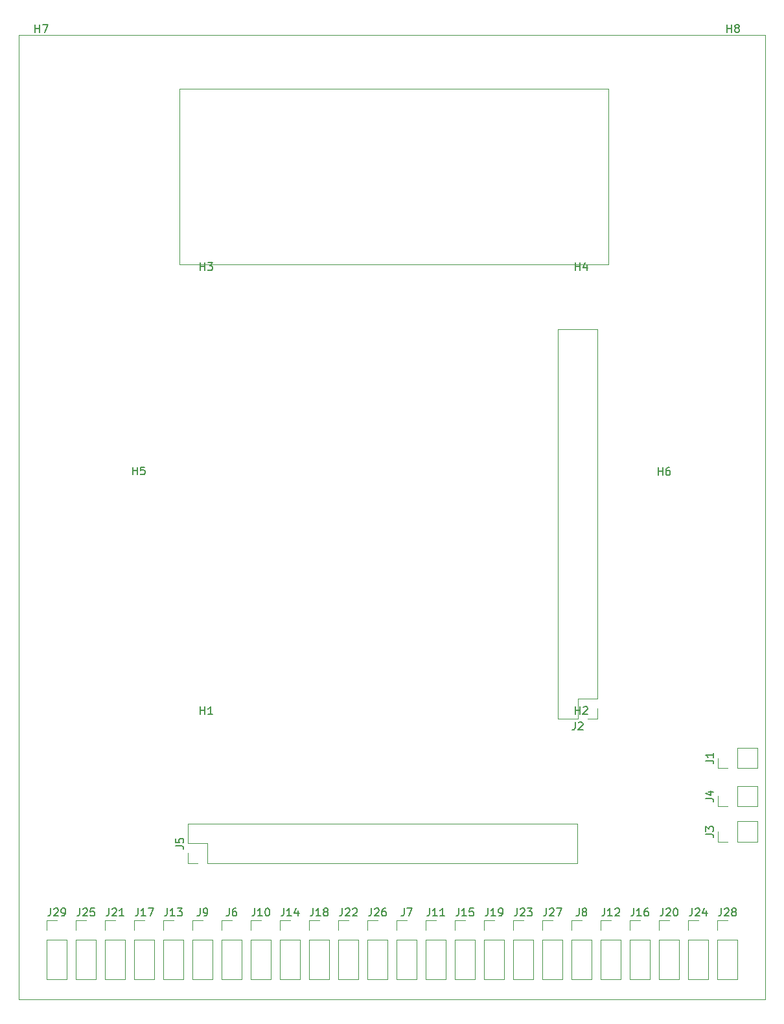
<source format=gto>
G04 #@! TF.GenerationSoftware,KiCad,Pcbnew,5.1.7-a382d34a8~88~ubuntu18.04.1*
G04 #@! TF.CreationDate,2021-11-24T17:02:52+01:00*
G04 #@! TF.ProjectId,DE10-LiteShield,44453130-2d4c-4697-9465-536869656c64,rev?*
G04 #@! TF.SameCoordinates,Original*
G04 #@! TF.FileFunction,Legend,Top*
G04 #@! TF.FilePolarity,Positive*
%FSLAX46Y46*%
G04 Gerber Fmt 4.6, Leading zero omitted, Abs format (unit mm)*
G04 Created by KiCad (PCBNEW 5.1.7-a382d34a8~88~ubuntu18.04.1) date 2021-11-24 17:02:52*
%MOMM*%
%LPD*%
G01*
G04 APERTURE LIST*
G04 #@! TA.AperFunction,Profile*
%ADD10C,0.050000*%
G04 #@! TD*
%ADD11C,0.120000*%
%ADD12C,0.150000*%
G04 APERTURE END LIST*
D10*
X103000000Y-40000000D02*
X103000000Y-103600000D01*
X103000000Y-40000000D02*
X200500000Y-40000000D01*
X200500000Y-150000000D02*
X200500000Y-166000000D01*
X103000000Y-150000000D02*
X103000000Y-166000000D01*
X103000000Y-135000000D02*
X103000000Y-150000000D01*
X200500000Y-135000000D02*
X200500000Y-150000000D01*
X200500000Y-135000000D02*
X200500000Y-120000000D01*
X103000000Y-120000000D02*
X103000000Y-135000000D01*
X124000000Y-47000000D02*
X124000000Y-70000000D01*
X180000000Y-47000000D02*
X124000000Y-47000000D01*
X180000000Y-70000000D02*
X180000000Y-47000000D01*
X124000000Y-70000000D02*
X180000000Y-70000000D01*
X103000000Y-166000000D02*
X200500000Y-166000000D01*
X103000000Y-103600000D02*
X103000000Y-120000000D01*
X200500000Y-103600000D02*
X200500000Y-120000000D01*
X200500000Y-40000000D02*
X200500000Y-103600000D01*
D11*
X199526000Y-140760000D02*
X199526000Y-138100000D01*
X196926000Y-140760000D02*
X199526000Y-140760000D01*
X196926000Y-138100000D02*
X199526000Y-138100000D01*
X196926000Y-140760000D02*
X196926000Y-138100000D01*
X195656000Y-140760000D02*
X194326000Y-140760000D01*
X194326000Y-140760000D02*
X194326000Y-139430000D01*
X199526000Y-145410000D02*
X199526000Y-142750000D01*
X196926000Y-145410000D02*
X199526000Y-145410000D01*
X196926000Y-142750000D02*
X199526000Y-142750000D01*
X196926000Y-145410000D02*
X196926000Y-142750000D01*
X195656000Y-145410000D02*
X194326000Y-145410000D01*
X194326000Y-145410000D02*
X194326000Y-144080000D01*
X106620000Y-163382000D02*
X109280000Y-163382000D01*
X106620000Y-158242000D02*
X106620000Y-163382000D01*
X109280000Y-158242000D02*
X109280000Y-163382000D01*
X106620000Y-158242000D02*
X109280000Y-158242000D01*
X106620000Y-156972000D02*
X106620000Y-155642000D01*
X106620000Y-155642000D02*
X107950000Y-155642000D01*
X194250000Y-163382000D02*
X196910000Y-163382000D01*
X194250000Y-158242000D02*
X194250000Y-163382000D01*
X196910000Y-158242000D02*
X196910000Y-163382000D01*
X194250000Y-158242000D02*
X196910000Y-158242000D01*
X194250000Y-156972000D02*
X194250000Y-155642000D01*
X194250000Y-155642000D02*
X195580000Y-155642000D01*
X171390000Y-163382000D02*
X174050000Y-163382000D01*
X171390000Y-158242000D02*
X171390000Y-163382000D01*
X174050000Y-158242000D02*
X174050000Y-163382000D01*
X171390000Y-158242000D02*
X174050000Y-158242000D01*
X171390000Y-156972000D02*
X171390000Y-155642000D01*
X171390000Y-155642000D02*
X172720000Y-155642000D01*
X148530000Y-163382000D02*
X151190000Y-163382000D01*
X148530000Y-158242000D02*
X148530000Y-163382000D01*
X151190000Y-158242000D02*
X151190000Y-163382000D01*
X148530000Y-158242000D02*
X151190000Y-158242000D01*
X148530000Y-156972000D02*
X148530000Y-155642000D01*
X148530000Y-155642000D02*
X149860000Y-155642000D01*
X110430000Y-163382000D02*
X113090000Y-163382000D01*
X110430000Y-158242000D02*
X110430000Y-163382000D01*
X113090000Y-158242000D02*
X113090000Y-163382000D01*
X110430000Y-158242000D02*
X113090000Y-158242000D01*
X110430000Y-156972000D02*
X110430000Y-155642000D01*
X110430000Y-155642000D02*
X111760000Y-155642000D01*
X190440000Y-163382000D02*
X193100000Y-163382000D01*
X190440000Y-158242000D02*
X190440000Y-163382000D01*
X193100000Y-158242000D02*
X193100000Y-163382000D01*
X190440000Y-158242000D02*
X193100000Y-158242000D01*
X190440000Y-156972000D02*
X190440000Y-155642000D01*
X190440000Y-155642000D02*
X191770000Y-155642000D01*
X167580000Y-163382000D02*
X170240000Y-163382000D01*
X167580000Y-158242000D02*
X167580000Y-163382000D01*
X170240000Y-158242000D02*
X170240000Y-163382000D01*
X167580000Y-158242000D02*
X170240000Y-158242000D01*
X167580000Y-156972000D02*
X167580000Y-155642000D01*
X167580000Y-155642000D02*
X168910000Y-155642000D01*
X144720000Y-163382000D02*
X147380000Y-163382000D01*
X144720000Y-158242000D02*
X144720000Y-163382000D01*
X147380000Y-158242000D02*
X147380000Y-163382000D01*
X144720000Y-158242000D02*
X147380000Y-158242000D01*
X144720000Y-156972000D02*
X144720000Y-155642000D01*
X144720000Y-155642000D02*
X146050000Y-155642000D01*
X114240000Y-163382000D02*
X116900000Y-163382000D01*
X114240000Y-158242000D02*
X114240000Y-163382000D01*
X116900000Y-158242000D02*
X116900000Y-163382000D01*
X114240000Y-158242000D02*
X116900000Y-158242000D01*
X114240000Y-156972000D02*
X114240000Y-155642000D01*
X114240000Y-155642000D02*
X115570000Y-155642000D01*
X186630000Y-163382000D02*
X189290000Y-163382000D01*
X186630000Y-158242000D02*
X186630000Y-163382000D01*
X189290000Y-158242000D02*
X189290000Y-163382000D01*
X186630000Y-158242000D02*
X189290000Y-158242000D01*
X186630000Y-156972000D02*
X186630000Y-155642000D01*
X186630000Y-155642000D02*
X187960000Y-155642000D01*
X163770000Y-163382000D02*
X166430000Y-163382000D01*
X163770000Y-158242000D02*
X163770000Y-163382000D01*
X166430000Y-158242000D02*
X166430000Y-163382000D01*
X163770000Y-158242000D02*
X166430000Y-158242000D01*
X163770000Y-156972000D02*
X163770000Y-155642000D01*
X163770000Y-155642000D02*
X165100000Y-155642000D01*
X140910000Y-163382000D02*
X143570000Y-163382000D01*
X140910000Y-158242000D02*
X140910000Y-163382000D01*
X143570000Y-158242000D02*
X143570000Y-163382000D01*
X140910000Y-158242000D02*
X143570000Y-158242000D01*
X140910000Y-156972000D02*
X140910000Y-155642000D01*
X140910000Y-155642000D02*
X142240000Y-155642000D01*
X118050000Y-163382000D02*
X120710000Y-163382000D01*
X118050000Y-158242000D02*
X118050000Y-163382000D01*
X120710000Y-158242000D02*
X120710000Y-163382000D01*
X118050000Y-158242000D02*
X120710000Y-158242000D01*
X118050000Y-156972000D02*
X118050000Y-155642000D01*
X118050000Y-155642000D02*
X119380000Y-155642000D01*
X182820000Y-163382000D02*
X185480000Y-163382000D01*
X182820000Y-158242000D02*
X182820000Y-163382000D01*
X185480000Y-158242000D02*
X185480000Y-163382000D01*
X182820000Y-158242000D02*
X185480000Y-158242000D01*
X182820000Y-156972000D02*
X182820000Y-155642000D01*
X182820000Y-155642000D02*
X184150000Y-155642000D01*
X159960000Y-163382000D02*
X162620000Y-163382000D01*
X159960000Y-158242000D02*
X159960000Y-163382000D01*
X162620000Y-158242000D02*
X162620000Y-163382000D01*
X159960000Y-158242000D02*
X162620000Y-158242000D01*
X159960000Y-156972000D02*
X159960000Y-155642000D01*
X159960000Y-155642000D02*
X161290000Y-155642000D01*
X137100000Y-163382000D02*
X139760000Y-163382000D01*
X137100000Y-158242000D02*
X137100000Y-163382000D01*
X139760000Y-158242000D02*
X139760000Y-163382000D01*
X137100000Y-158242000D02*
X139760000Y-158242000D01*
X137100000Y-156972000D02*
X137100000Y-155642000D01*
X137100000Y-155642000D02*
X138430000Y-155642000D01*
X121860000Y-163382000D02*
X124520000Y-163382000D01*
X121860000Y-158242000D02*
X121860000Y-163382000D01*
X124520000Y-158242000D02*
X124520000Y-163382000D01*
X121860000Y-158242000D02*
X124520000Y-158242000D01*
X121860000Y-156972000D02*
X121860000Y-155642000D01*
X121860000Y-155642000D02*
X123190000Y-155642000D01*
X179010000Y-163382000D02*
X181670000Y-163382000D01*
X179010000Y-158242000D02*
X179010000Y-163382000D01*
X181670000Y-158242000D02*
X181670000Y-163382000D01*
X179010000Y-158242000D02*
X181670000Y-158242000D01*
X179010000Y-156972000D02*
X179010000Y-155642000D01*
X179010000Y-155642000D02*
X180340000Y-155642000D01*
X156150000Y-163382000D02*
X158810000Y-163382000D01*
X156150000Y-158242000D02*
X156150000Y-163382000D01*
X158810000Y-158242000D02*
X158810000Y-163382000D01*
X156150000Y-158242000D02*
X158810000Y-158242000D01*
X156150000Y-156972000D02*
X156150000Y-155642000D01*
X156150000Y-155642000D02*
X157480000Y-155642000D01*
X133290000Y-163382000D02*
X135950000Y-163382000D01*
X133290000Y-158242000D02*
X133290000Y-163382000D01*
X135950000Y-158242000D02*
X135950000Y-163382000D01*
X133290000Y-158242000D02*
X135950000Y-158242000D01*
X133290000Y-156972000D02*
X133290000Y-155642000D01*
X133290000Y-155642000D02*
X134620000Y-155642000D01*
X125670000Y-163382000D02*
X128330000Y-163382000D01*
X125670000Y-158242000D02*
X125670000Y-163382000D01*
X128330000Y-158242000D02*
X128330000Y-163382000D01*
X125670000Y-158242000D02*
X128330000Y-158242000D01*
X125670000Y-156972000D02*
X125670000Y-155642000D01*
X125670000Y-155642000D02*
X127000000Y-155642000D01*
X175200000Y-163382000D02*
X177860000Y-163382000D01*
X175200000Y-158242000D02*
X175200000Y-163382000D01*
X177860000Y-158242000D02*
X177860000Y-163382000D01*
X175200000Y-158242000D02*
X177860000Y-158242000D01*
X175200000Y-156972000D02*
X175200000Y-155642000D01*
X175200000Y-155642000D02*
X176530000Y-155642000D01*
X152340000Y-163382000D02*
X155000000Y-163382000D01*
X152340000Y-158242000D02*
X152340000Y-163382000D01*
X155000000Y-158242000D02*
X155000000Y-163382000D01*
X152340000Y-158242000D02*
X155000000Y-158242000D01*
X152340000Y-156972000D02*
X152340000Y-155642000D01*
X152340000Y-155642000D02*
X153670000Y-155642000D01*
X129480000Y-163382000D02*
X132140000Y-163382000D01*
X129480000Y-158242000D02*
X129480000Y-163382000D01*
X132140000Y-158242000D02*
X132140000Y-163382000D01*
X129480000Y-158242000D02*
X132140000Y-158242000D01*
X129480000Y-156972000D02*
X129480000Y-155642000D01*
X129480000Y-155642000D02*
X130810000Y-155642000D01*
X175990000Y-148230000D02*
X175990000Y-143030000D01*
X127670000Y-148230000D02*
X175990000Y-148230000D01*
X125070000Y-143030000D02*
X175990000Y-143030000D01*
X127670000Y-148230000D02*
X127670000Y-145630000D01*
X127670000Y-145630000D02*
X125070000Y-145630000D01*
X125070000Y-145630000D02*
X125070000Y-143030000D01*
X126400000Y-148230000D02*
X125070000Y-148230000D01*
X125070000Y-148230000D02*
X125070000Y-146900000D01*
X178630000Y-78410000D02*
X173430000Y-78410000D01*
X178630000Y-126730000D02*
X178630000Y-78410000D01*
X173430000Y-129330000D02*
X173430000Y-78410000D01*
X178630000Y-126730000D02*
X176030000Y-126730000D01*
X176030000Y-126730000D02*
X176030000Y-129330000D01*
X176030000Y-129330000D02*
X173430000Y-129330000D01*
X178630000Y-128000000D02*
X178630000Y-129330000D01*
X178630000Y-129330000D02*
X177300000Y-129330000D01*
X199526000Y-135810000D02*
X199526000Y-133150000D01*
X196926000Y-135810000D02*
X199526000Y-135810000D01*
X196926000Y-133150000D02*
X199526000Y-133150000D01*
X196926000Y-135810000D02*
X196926000Y-133150000D01*
X195656000Y-135810000D02*
X194326000Y-135810000D01*
X194326000Y-135810000D02*
X194326000Y-134480000D01*
D12*
X105148095Y-39682380D02*
X105148095Y-38682380D01*
X105148095Y-39158571D02*
X105719523Y-39158571D01*
X105719523Y-39682380D02*
X105719523Y-38682380D01*
X106100476Y-38682380D02*
X106767142Y-38682380D01*
X106338571Y-39682380D01*
X195568095Y-39672380D02*
X195568095Y-38672380D01*
X195568095Y-39148571D02*
X196139523Y-39148571D01*
X196139523Y-39672380D02*
X196139523Y-38672380D01*
X196758571Y-39100952D02*
X196663333Y-39053333D01*
X196615714Y-39005714D01*
X196568095Y-38910476D01*
X196568095Y-38862857D01*
X196615714Y-38767619D01*
X196663333Y-38720000D01*
X196758571Y-38672380D01*
X196949047Y-38672380D01*
X197044285Y-38720000D01*
X197091904Y-38767619D01*
X197139523Y-38862857D01*
X197139523Y-38910476D01*
X197091904Y-39005714D01*
X197044285Y-39053333D01*
X196949047Y-39100952D01*
X196758571Y-39100952D01*
X196663333Y-39148571D01*
X196615714Y-39196190D01*
X196568095Y-39291428D01*
X196568095Y-39481904D01*
X196615714Y-39577142D01*
X196663333Y-39624761D01*
X196758571Y-39672380D01*
X196949047Y-39672380D01*
X197044285Y-39624761D01*
X197091904Y-39577142D01*
X197139523Y-39481904D01*
X197139523Y-39291428D01*
X197091904Y-39196190D01*
X197044285Y-39148571D01*
X196949047Y-39100952D01*
X186538095Y-97512380D02*
X186538095Y-96512380D01*
X186538095Y-96988571D02*
X187109523Y-96988571D01*
X187109523Y-97512380D02*
X187109523Y-96512380D01*
X188014285Y-96512380D02*
X187823809Y-96512380D01*
X187728571Y-96560000D01*
X187680952Y-96607619D01*
X187585714Y-96750476D01*
X187538095Y-96940952D01*
X187538095Y-97321904D01*
X187585714Y-97417142D01*
X187633333Y-97464761D01*
X187728571Y-97512380D01*
X187919047Y-97512380D01*
X188014285Y-97464761D01*
X188061904Y-97417142D01*
X188109523Y-97321904D01*
X188109523Y-97083809D01*
X188061904Y-96988571D01*
X188014285Y-96940952D01*
X187919047Y-96893333D01*
X187728571Y-96893333D01*
X187633333Y-96940952D01*
X187585714Y-96988571D01*
X187538095Y-97083809D01*
X117898095Y-97442380D02*
X117898095Y-96442380D01*
X117898095Y-96918571D02*
X118469523Y-96918571D01*
X118469523Y-97442380D02*
X118469523Y-96442380D01*
X119421904Y-96442380D02*
X118945714Y-96442380D01*
X118898095Y-96918571D01*
X118945714Y-96870952D01*
X119040952Y-96823333D01*
X119279047Y-96823333D01*
X119374285Y-96870952D01*
X119421904Y-96918571D01*
X119469523Y-97013809D01*
X119469523Y-97251904D01*
X119421904Y-97347142D01*
X119374285Y-97394761D01*
X119279047Y-97442380D01*
X119040952Y-97442380D01*
X118945714Y-97394761D01*
X118898095Y-97347142D01*
X175738095Y-70752380D02*
X175738095Y-69752380D01*
X175738095Y-70228571D02*
X176309523Y-70228571D01*
X176309523Y-70752380D02*
X176309523Y-69752380D01*
X177214285Y-70085714D02*
X177214285Y-70752380D01*
X176976190Y-69704761D02*
X176738095Y-70419047D01*
X177357142Y-70419047D01*
X126738095Y-70752380D02*
X126738095Y-69752380D01*
X126738095Y-70228571D02*
X127309523Y-70228571D01*
X127309523Y-70752380D02*
X127309523Y-69752380D01*
X127690476Y-69752380D02*
X128309523Y-69752380D01*
X127976190Y-70133333D01*
X128119047Y-70133333D01*
X128214285Y-70180952D01*
X128261904Y-70228571D01*
X128309523Y-70323809D01*
X128309523Y-70561904D01*
X128261904Y-70657142D01*
X128214285Y-70704761D01*
X128119047Y-70752380D01*
X127833333Y-70752380D01*
X127738095Y-70704761D01*
X127690476Y-70657142D01*
X175738095Y-128752380D02*
X175738095Y-127752380D01*
X175738095Y-128228571D02*
X176309523Y-128228571D01*
X176309523Y-128752380D02*
X176309523Y-127752380D01*
X176738095Y-127847619D02*
X176785714Y-127800000D01*
X176880952Y-127752380D01*
X177119047Y-127752380D01*
X177214285Y-127800000D01*
X177261904Y-127847619D01*
X177309523Y-127942857D01*
X177309523Y-128038095D01*
X177261904Y-128180952D01*
X176690476Y-128752380D01*
X177309523Y-128752380D01*
X126738095Y-128752380D02*
X126738095Y-127752380D01*
X126738095Y-128228571D02*
X127309523Y-128228571D01*
X127309523Y-128752380D02*
X127309523Y-127752380D01*
X128309523Y-128752380D02*
X127738095Y-128752380D01*
X128023809Y-128752380D02*
X128023809Y-127752380D01*
X127928571Y-127895238D01*
X127833333Y-127990476D01*
X127738095Y-128038095D01*
X192778380Y-139763333D02*
X193492666Y-139763333D01*
X193635523Y-139810952D01*
X193730761Y-139906190D01*
X193778380Y-140049047D01*
X193778380Y-140144285D01*
X193111714Y-138858571D02*
X193778380Y-138858571D01*
X192730761Y-139096666D02*
X193445047Y-139334761D01*
X193445047Y-138715714D01*
X192778380Y-144413333D02*
X193492666Y-144413333D01*
X193635523Y-144460952D01*
X193730761Y-144556190D01*
X193778380Y-144699047D01*
X193778380Y-144794285D01*
X192778380Y-144032380D02*
X192778380Y-143413333D01*
X193159333Y-143746666D01*
X193159333Y-143603809D01*
X193206952Y-143508571D01*
X193254571Y-143460952D01*
X193349809Y-143413333D01*
X193587904Y-143413333D01*
X193683142Y-143460952D01*
X193730761Y-143508571D01*
X193778380Y-143603809D01*
X193778380Y-143889523D01*
X193730761Y-143984761D01*
X193683142Y-144032380D01*
X107140476Y-154094380D02*
X107140476Y-154808666D01*
X107092857Y-154951523D01*
X106997619Y-155046761D01*
X106854761Y-155094380D01*
X106759523Y-155094380D01*
X107569047Y-154189619D02*
X107616666Y-154142000D01*
X107711904Y-154094380D01*
X107950000Y-154094380D01*
X108045238Y-154142000D01*
X108092857Y-154189619D01*
X108140476Y-154284857D01*
X108140476Y-154380095D01*
X108092857Y-154522952D01*
X107521428Y-155094380D01*
X108140476Y-155094380D01*
X108616666Y-155094380D02*
X108807142Y-155094380D01*
X108902380Y-155046761D01*
X108950000Y-154999142D01*
X109045238Y-154856285D01*
X109092857Y-154665809D01*
X109092857Y-154284857D01*
X109045238Y-154189619D01*
X108997619Y-154142000D01*
X108902380Y-154094380D01*
X108711904Y-154094380D01*
X108616666Y-154142000D01*
X108569047Y-154189619D01*
X108521428Y-154284857D01*
X108521428Y-154522952D01*
X108569047Y-154618190D01*
X108616666Y-154665809D01*
X108711904Y-154713428D01*
X108902380Y-154713428D01*
X108997619Y-154665809D01*
X109045238Y-154618190D01*
X109092857Y-154522952D01*
X194770476Y-154094380D02*
X194770476Y-154808666D01*
X194722857Y-154951523D01*
X194627619Y-155046761D01*
X194484761Y-155094380D01*
X194389523Y-155094380D01*
X195199047Y-154189619D02*
X195246666Y-154142000D01*
X195341904Y-154094380D01*
X195580000Y-154094380D01*
X195675238Y-154142000D01*
X195722857Y-154189619D01*
X195770476Y-154284857D01*
X195770476Y-154380095D01*
X195722857Y-154522952D01*
X195151428Y-155094380D01*
X195770476Y-155094380D01*
X196341904Y-154522952D02*
X196246666Y-154475333D01*
X196199047Y-154427714D01*
X196151428Y-154332476D01*
X196151428Y-154284857D01*
X196199047Y-154189619D01*
X196246666Y-154142000D01*
X196341904Y-154094380D01*
X196532380Y-154094380D01*
X196627619Y-154142000D01*
X196675238Y-154189619D01*
X196722857Y-154284857D01*
X196722857Y-154332476D01*
X196675238Y-154427714D01*
X196627619Y-154475333D01*
X196532380Y-154522952D01*
X196341904Y-154522952D01*
X196246666Y-154570571D01*
X196199047Y-154618190D01*
X196151428Y-154713428D01*
X196151428Y-154903904D01*
X196199047Y-154999142D01*
X196246666Y-155046761D01*
X196341904Y-155094380D01*
X196532380Y-155094380D01*
X196627619Y-155046761D01*
X196675238Y-154999142D01*
X196722857Y-154903904D01*
X196722857Y-154713428D01*
X196675238Y-154618190D01*
X196627619Y-154570571D01*
X196532380Y-154522952D01*
X171910476Y-154094380D02*
X171910476Y-154808666D01*
X171862857Y-154951523D01*
X171767619Y-155046761D01*
X171624761Y-155094380D01*
X171529523Y-155094380D01*
X172339047Y-154189619D02*
X172386666Y-154142000D01*
X172481904Y-154094380D01*
X172720000Y-154094380D01*
X172815238Y-154142000D01*
X172862857Y-154189619D01*
X172910476Y-154284857D01*
X172910476Y-154380095D01*
X172862857Y-154522952D01*
X172291428Y-155094380D01*
X172910476Y-155094380D01*
X173243809Y-154094380D02*
X173910476Y-154094380D01*
X173481904Y-155094380D01*
X149050476Y-154094380D02*
X149050476Y-154808666D01*
X149002857Y-154951523D01*
X148907619Y-155046761D01*
X148764761Y-155094380D01*
X148669523Y-155094380D01*
X149479047Y-154189619D02*
X149526666Y-154142000D01*
X149621904Y-154094380D01*
X149860000Y-154094380D01*
X149955238Y-154142000D01*
X150002857Y-154189619D01*
X150050476Y-154284857D01*
X150050476Y-154380095D01*
X150002857Y-154522952D01*
X149431428Y-155094380D01*
X150050476Y-155094380D01*
X150907619Y-154094380D02*
X150717142Y-154094380D01*
X150621904Y-154142000D01*
X150574285Y-154189619D01*
X150479047Y-154332476D01*
X150431428Y-154522952D01*
X150431428Y-154903904D01*
X150479047Y-154999142D01*
X150526666Y-155046761D01*
X150621904Y-155094380D01*
X150812380Y-155094380D01*
X150907619Y-155046761D01*
X150955238Y-154999142D01*
X151002857Y-154903904D01*
X151002857Y-154665809D01*
X150955238Y-154570571D01*
X150907619Y-154522952D01*
X150812380Y-154475333D01*
X150621904Y-154475333D01*
X150526666Y-154522952D01*
X150479047Y-154570571D01*
X150431428Y-154665809D01*
X110950476Y-154094380D02*
X110950476Y-154808666D01*
X110902857Y-154951523D01*
X110807619Y-155046761D01*
X110664761Y-155094380D01*
X110569523Y-155094380D01*
X111379047Y-154189619D02*
X111426666Y-154142000D01*
X111521904Y-154094380D01*
X111760000Y-154094380D01*
X111855238Y-154142000D01*
X111902857Y-154189619D01*
X111950476Y-154284857D01*
X111950476Y-154380095D01*
X111902857Y-154522952D01*
X111331428Y-155094380D01*
X111950476Y-155094380D01*
X112855238Y-154094380D02*
X112379047Y-154094380D01*
X112331428Y-154570571D01*
X112379047Y-154522952D01*
X112474285Y-154475333D01*
X112712380Y-154475333D01*
X112807619Y-154522952D01*
X112855238Y-154570571D01*
X112902857Y-154665809D01*
X112902857Y-154903904D01*
X112855238Y-154999142D01*
X112807619Y-155046761D01*
X112712380Y-155094380D01*
X112474285Y-155094380D01*
X112379047Y-155046761D01*
X112331428Y-154999142D01*
X190960476Y-154094380D02*
X190960476Y-154808666D01*
X190912857Y-154951523D01*
X190817619Y-155046761D01*
X190674761Y-155094380D01*
X190579523Y-155094380D01*
X191389047Y-154189619D02*
X191436666Y-154142000D01*
X191531904Y-154094380D01*
X191770000Y-154094380D01*
X191865238Y-154142000D01*
X191912857Y-154189619D01*
X191960476Y-154284857D01*
X191960476Y-154380095D01*
X191912857Y-154522952D01*
X191341428Y-155094380D01*
X191960476Y-155094380D01*
X192817619Y-154427714D02*
X192817619Y-155094380D01*
X192579523Y-154046761D02*
X192341428Y-154761047D01*
X192960476Y-154761047D01*
X168100476Y-154094380D02*
X168100476Y-154808666D01*
X168052857Y-154951523D01*
X167957619Y-155046761D01*
X167814761Y-155094380D01*
X167719523Y-155094380D01*
X168529047Y-154189619D02*
X168576666Y-154142000D01*
X168671904Y-154094380D01*
X168910000Y-154094380D01*
X169005238Y-154142000D01*
X169052857Y-154189619D01*
X169100476Y-154284857D01*
X169100476Y-154380095D01*
X169052857Y-154522952D01*
X168481428Y-155094380D01*
X169100476Y-155094380D01*
X169433809Y-154094380D02*
X170052857Y-154094380D01*
X169719523Y-154475333D01*
X169862380Y-154475333D01*
X169957619Y-154522952D01*
X170005238Y-154570571D01*
X170052857Y-154665809D01*
X170052857Y-154903904D01*
X170005238Y-154999142D01*
X169957619Y-155046761D01*
X169862380Y-155094380D01*
X169576666Y-155094380D01*
X169481428Y-155046761D01*
X169433809Y-154999142D01*
X145240476Y-154094380D02*
X145240476Y-154808666D01*
X145192857Y-154951523D01*
X145097619Y-155046761D01*
X144954761Y-155094380D01*
X144859523Y-155094380D01*
X145669047Y-154189619D02*
X145716666Y-154142000D01*
X145811904Y-154094380D01*
X146050000Y-154094380D01*
X146145238Y-154142000D01*
X146192857Y-154189619D01*
X146240476Y-154284857D01*
X146240476Y-154380095D01*
X146192857Y-154522952D01*
X145621428Y-155094380D01*
X146240476Y-155094380D01*
X146621428Y-154189619D02*
X146669047Y-154142000D01*
X146764285Y-154094380D01*
X147002380Y-154094380D01*
X147097619Y-154142000D01*
X147145238Y-154189619D01*
X147192857Y-154284857D01*
X147192857Y-154380095D01*
X147145238Y-154522952D01*
X146573809Y-155094380D01*
X147192857Y-155094380D01*
X114760476Y-154094380D02*
X114760476Y-154808666D01*
X114712857Y-154951523D01*
X114617619Y-155046761D01*
X114474761Y-155094380D01*
X114379523Y-155094380D01*
X115189047Y-154189619D02*
X115236666Y-154142000D01*
X115331904Y-154094380D01*
X115570000Y-154094380D01*
X115665238Y-154142000D01*
X115712857Y-154189619D01*
X115760476Y-154284857D01*
X115760476Y-154380095D01*
X115712857Y-154522952D01*
X115141428Y-155094380D01*
X115760476Y-155094380D01*
X116712857Y-155094380D02*
X116141428Y-155094380D01*
X116427142Y-155094380D02*
X116427142Y-154094380D01*
X116331904Y-154237238D01*
X116236666Y-154332476D01*
X116141428Y-154380095D01*
X187150476Y-154094380D02*
X187150476Y-154808666D01*
X187102857Y-154951523D01*
X187007619Y-155046761D01*
X186864761Y-155094380D01*
X186769523Y-155094380D01*
X187579047Y-154189619D02*
X187626666Y-154142000D01*
X187721904Y-154094380D01*
X187960000Y-154094380D01*
X188055238Y-154142000D01*
X188102857Y-154189619D01*
X188150476Y-154284857D01*
X188150476Y-154380095D01*
X188102857Y-154522952D01*
X187531428Y-155094380D01*
X188150476Y-155094380D01*
X188769523Y-154094380D02*
X188864761Y-154094380D01*
X188960000Y-154142000D01*
X189007619Y-154189619D01*
X189055238Y-154284857D01*
X189102857Y-154475333D01*
X189102857Y-154713428D01*
X189055238Y-154903904D01*
X189007619Y-154999142D01*
X188960000Y-155046761D01*
X188864761Y-155094380D01*
X188769523Y-155094380D01*
X188674285Y-155046761D01*
X188626666Y-154999142D01*
X188579047Y-154903904D01*
X188531428Y-154713428D01*
X188531428Y-154475333D01*
X188579047Y-154284857D01*
X188626666Y-154189619D01*
X188674285Y-154142000D01*
X188769523Y-154094380D01*
X164290476Y-154094380D02*
X164290476Y-154808666D01*
X164242857Y-154951523D01*
X164147619Y-155046761D01*
X164004761Y-155094380D01*
X163909523Y-155094380D01*
X165290476Y-155094380D02*
X164719047Y-155094380D01*
X165004761Y-155094380D02*
X165004761Y-154094380D01*
X164909523Y-154237238D01*
X164814285Y-154332476D01*
X164719047Y-154380095D01*
X165766666Y-155094380D02*
X165957142Y-155094380D01*
X166052380Y-155046761D01*
X166100000Y-154999142D01*
X166195238Y-154856285D01*
X166242857Y-154665809D01*
X166242857Y-154284857D01*
X166195238Y-154189619D01*
X166147619Y-154142000D01*
X166052380Y-154094380D01*
X165861904Y-154094380D01*
X165766666Y-154142000D01*
X165719047Y-154189619D01*
X165671428Y-154284857D01*
X165671428Y-154522952D01*
X165719047Y-154618190D01*
X165766666Y-154665809D01*
X165861904Y-154713428D01*
X166052380Y-154713428D01*
X166147619Y-154665809D01*
X166195238Y-154618190D01*
X166242857Y-154522952D01*
X141430476Y-154094380D02*
X141430476Y-154808666D01*
X141382857Y-154951523D01*
X141287619Y-155046761D01*
X141144761Y-155094380D01*
X141049523Y-155094380D01*
X142430476Y-155094380D02*
X141859047Y-155094380D01*
X142144761Y-155094380D02*
X142144761Y-154094380D01*
X142049523Y-154237238D01*
X141954285Y-154332476D01*
X141859047Y-154380095D01*
X143001904Y-154522952D02*
X142906666Y-154475333D01*
X142859047Y-154427714D01*
X142811428Y-154332476D01*
X142811428Y-154284857D01*
X142859047Y-154189619D01*
X142906666Y-154142000D01*
X143001904Y-154094380D01*
X143192380Y-154094380D01*
X143287619Y-154142000D01*
X143335238Y-154189619D01*
X143382857Y-154284857D01*
X143382857Y-154332476D01*
X143335238Y-154427714D01*
X143287619Y-154475333D01*
X143192380Y-154522952D01*
X143001904Y-154522952D01*
X142906666Y-154570571D01*
X142859047Y-154618190D01*
X142811428Y-154713428D01*
X142811428Y-154903904D01*
X142859047Y-154999142D01*
X142906666Y-155046761D01*
X143001904Y-155094380D01*
X143192380Y-155094380D01*
X143287619Y-155046761D01*
X143335238Y-154999142D01*
X143382857Y-154903904D01*
X143382857Y-154713428D01*
X143335238Y-154618190D01*
X143287619Y-154570571D01*
X143192380Y-154522952D01*
X118570476Y-154094380D02*
X118570476Y-154808666D01*
X118522857Y-154951523D01*
X118427619Y-155046761D01*
X118284761Y-155094380D01*
X118189523Y-155094380D01*
X119570476Y-155094380D02*
X118999047Y-155094380D01*
X119284761Y-155094380D02*
X119284761Y-154094380D01*
X119189523Y-154237238D01*
X119094285Y-154332476D01*
X118999047Y-154380095D01*
X119903809Y-154094380D02*
X120570476Y-154094380D01*
X120141904Y-155094380D01*
X183340476Y-154094380D02*
X183340476Y-154808666D01*
X183292857Y-154951523D01*
X183197619Y-155046761D01*
X183054761Y-155094380D01*
X182959523Y-155094380D01*
X184340476Y-155094380D02*
X183769047Y-155094380D01*
X184054761Y-155094380D02*
X184054761Y-154094380D01*
X183959523Y-154237238D01*
X183864285Y-154332476D01*
X183769047Y-154380095D01*
X185197619Y-154094380D02*
X185007142Y-154094380D01*
X184911904Y-154142000D01*
X184864285Y-154189619D01*
X184769047Y-154332476D01*
X184721428Y-154522952D01*
X184721428Y-154903904D01*
X184769047Y-154999142D01*
X184816666Y-155046761D01*
X184911904Y-155094380D01*
X185102380Y-155094380D01*
X185197619Y-155046761D01*
X185245238Y-154999142D01*
X185292857Y-154903904D01*
X185292857Y-154665809D01*
X185245238Y-154570571D01*
X185197619Y-154522952D01*
X185102380Y-154475333D01*
X184911904Y-154475333D01*
X184816666Y-154522952D01*
X184769047Y-154570571D01*
X184721428Y-154665809D01*
X160480476Y-154094380D02*
X160480476Y-154808666D01*
X160432857Y-154951523D01*
X160337619Y-155046761D01*
X160194761Y-155094380D01*
X160099523Y-155094380D01*
X161480476Y-155094380D02*
X160909047Y-155094380D01*
X161194761Y-155094380D02*
X161194761Y-154094380D01*
X161099523Y-154237238D01*
X161004285Y-154332476D01*
X160909047Y-154380095D01*
X162385238Y-154094380D02*
X161909047Y-154094380D01*
X161861428Y-154570571D01*
X161909047Y-154522952D01*
X162004285Y-154475333D01*
X162242380Y-154475333D01*
X162337619Y-154522952D01*
X162385238Y-154570571D01*
X162432857Y-154665809D01*
X162432857Y-154903904D01*
X162385238Y-154999142D01*
X162337619Y-155046761D01*
X162242380Y-155094380D01*
X162004285Y-155094380D01*
X161909047Y-155046761D01*
X161861428Y-154999142D01*
X137620476Y-154094380D02*
X137620476Y-154808666D01*
X137572857Y-154951523D01*
X137477619Y-155046761D01*
X137334761Y-155094380D01*
X137239523Y-155094380D01*
X138620476Y-155094380D02*
X138049047Y-155094380D01*
X138334761Y-155094380D02*
X138334761Y-154094380D01*
X138239523Y-154237238D01*
X138144285Y-154332476D01*
X138049047Y-154380095D01*
X139477619Y-154427714D02*
X139477619Y-155094380D01*
X139239523Y-154046761D02*
X139001428Y-154761047D01*
X139620476Y-154761047D01*
X122380476Y-154094380D02*
X122380476Y-154808666D01*
X122332857Y-154951523D01*
X122237619Y-155046761D01*
X122094761Y-155094380D01*
X121999523Y-155094380D01*
X123380476Y-155094380D02*
X122809047Y-155094380D01*
X123094761Y-155094380D02*
X123094761Y-154094380D01*
X122999523Y-154237238D01*
X122904285Y-154332476D01*
X122809047Y-154380095D01*
X123713809Y-154094380D02*
X124332857Y-154094380D01*
X123999523Y-154475333D01*
X124142380Y-154475333D01*
X124237619Y-154522952D01*
X124285238Y-154570571D01*
X124332857Y-154665809D01*
X124332857Y-154903904D01*
X124285238Y-154999142D01*
X124237619Y-155046761D01*
X124142380Y-155094380D01*
X123856666Y-155094380D01*
X123761428Y-155046761D01*
X123713809Y-154999142D01*
X179530476Y-154094380D02*
X179530476Y-154808666D01*
X179482857Y-154951523D01*
X179387619Y-155046761D01*
X179244761Y-155094380D01*
X179149523Y-155094380D01*
X180530476Y-155094380D02*
X179959047Y-155094380D01*
X180244761Y-155094380D02*
X180244761Y-154094380D01*
X180149523Y-154237238D01*
X180054285Y-154332476D01*
X179959047Y-154380095D01*
X180911428Y-154189619D02*
X180959047Y-154142000D01*
X181054285Y-154094380D01*
X181292380Y-154094380D01*
X181387619Y-154142000D01*
X181435238Y-154189619D01*
X181482857Y-154284857D01*
X181482857Y-154380095D01*
X181435238Y-154522952D01*
X180863809Y-155094380D01*
X181482857Y-155094380D01*
X156670476Y-154094380D02*
X156670476Y-154808666D01*
X156622857Y-154951523D01*
X156527619Y-155046761D01*
X156384761Y-155094380D01*
X156289523Y-155094380D01*
X157670476Y-155094380D02*
X157099047Y-155094380D01*
X157384761Y-155094380D02*
X157384761Y-154094380D01*
X157289523Y-154237238D01*
X157194285Y-154332476D01*
X157099047Y-154380095D01*
X158622857Y-155094380D02*
X158051428Y-155094380D01*
X158337142Y-155094380D02*
X158337142Y-154094380D01*
X158241904Y-154237238D01*
X158146666Y-154332476D01*
X158051428Y-154380095D01*
X133810476Y-154094380D02*
X133810476Y-154808666D01*
X133762857Y-154951523D01*
X133667619Y-155046761D01*
X133524761Y-155094380D01*
X133429523Y-155094380D01*
X134810476Y-155094380D02*
X134239047Y-155094380D01*
X134524761Y-155094380D02*
X134524761Y-154094380D01*
X134429523Y-154237238D01*
X134334285Y-154332476D01*
X134239047Y-154380095D01*
X135429523Y-154094380D02*
X135524761Y-154094380D01*
X135620000Y-154142000D01*
X135667619Y-154189619D01*
X135715238Y-154284857D01*
X135762857Y-154475333D01*
X135762857Y-154713428D01*
X135715238Y-154903904D01*
X135667619Y-154999142D01*
X135620000Y-155046761D01*
X135524761Y-155094380D01*
X135429523Y-155094380D01*
X135334285Y-155046761D01*
X135286666Y-154999142D01*
X135239047Y-154903904D01*
X135191428Y-154713428D01*
X135191428Y-154475333D01*
X135239047Y-154284857D01*
X135286666Y-154189619D01*
X135334285Y-154142000D01*
X135429523Y-154094380D01*
X126666666Y-154094380D02*
X126666666Y-154808666D01*
X126619047Y-154951523D01*
X126523809Y-155046761D01*
X126380952Y-155094380D01*
X126285714Y-155094380D01*
X127190476Y-155094380D02*
X127380952Y-155094380D01*
X127476190Y-155046761D01*
X127523809Y-154999142D01*
X127619047Y-154856285D01*
X127666666Y-154665809D01*
X127666666Y-154284857D01*
X127619047Y-154189619D01*
X127571428Y-154142000D01*
X127476190Y-154094380D01*
X127285714Y-154094380D01*
X127190476Y-154142000D01*
X127142857Y-154189619D01*
X127095238Y-154284857D01*
X127095238Y-154522952D01*
X127142857Y-154618190D01*
X127190476Y-154665809D01*
X127285714Y-154713428D01*
X127476190Y-154713428D01*
X127571428Y-154665809D01*
X127619047Y-154618190D01*
X127666666Y-154522952D01*
X176196666Y-154094380D02*
X176196666Y-154808666D01*
X176149047Y-154951523D01*
X176053809Y-155046761D01*
X175910952Y-155094380D01*
X175815714Y-155094380D01*
X176815714Y-154522952D02*
X176720476Y-154475333D01*
X176672857Y-154427714D01*
X176625238Y-154332476D01*
X176625238Y-154284857D01*
X176672857Y-154189619D01*
X176720476Y-154142000D01*
X176815714Y-154094380D01*
X177006190Y-154094380D01*
X177101428Y-154142000D01*
X177149047Y-154189619D01*
X177196666Y-154284857D01*
X177196666Y-154332476D01*
X177149047Y-154427714D01*
X177101428Y-154475333D01*
X177006190Y-154522952D01*
X176815714Y-154522952D01*
X176720476Y-154570571D01*
X176672857Y-154618190D01*
X176625238Y-154713428D01*
X176625238Y-154903904D01*
X176672857Y-154999142D01*
X176720476Y-155046761D01*
X176815714Y-155094380D01*
X177006190Y-155094380D01*
X177101428Y-155046761D01*
X177149047Y-154999142D01*
X177196666Y-154903904D01*
X177196666Y-154713428D01*
X177149047Y-154618190D01*
X177101428Y-154570571D01*
X177006190Y-154522952D01*
X153336666Y-154094380D02*
X153336666Y-154808666D01*
X153289047Y-154951523D01*
X153193809Y-155046761D01*
X153050952Y-155094380D01*
X152955714Y-155094380D01*
X153717619Y-154094380D02*
X154384285Y-154094380D01*
X153955714Y-155094380D01*
X130476666Y-154094380D02*
X130476666Y-154808666D01*
X130429047Y-154951523D01*
X130333809Y-155046761D01*
X130190952Y-155094380D01*
X130095714Y-155094380D01*
X131381428Y-154094380D02*
X131190952Y-154094380D01*
X131095714Y-154142000D01*
X131048095Y-154189619D01*
X130952857Y-154332476D01*
X130905238Y-154522952D01*
X130905238Y-154903904D01*
X130952857Y-154999142D01*
X131000476Y-155046761D01*
X131095714Y-155094380D01*
X131286190Y-155094380D01*
X131381428Y-155046761D01*
X131429047Y-154999142D01*
X131476666Y-154903904D01*
X131476666Y-154665809D01*
X131429047Y-154570571D01*
X131381428Y-154522952D01*
X131286190Y-154475333D01*
X131095714Y-154475333D01*
X131000476Y-154522952D01*
X130952857Y-154570571D01*
X130905238Y-154665809D01*
X123522380Y-145963333D02*
X124236666Y-145963333D01*
X124379523Y-146010952D01*
X124474761Y-146106190D01*
X124522380Y-146249047D01*
X124522380Y-146344285D01*
X123522380Y-145010952D02*
X123522380Y-145487142D01*
X123998571Y-145534761D01*
X123950952Y-145487142D01*
X123903333Y-145391904D01*
X123903333Y-145153809D01*
X123950952Y-145058571D01*
X123998571Y-145010952D01*
X124093809Y-144963333D01*
X124331904Y-144963333D01*
X124427142Y-145010952D01*
X124474761Y-145058571D01*
X124522380Y-145153809D01*
X124522380Y-145391904D01*
X124474761Y-145487142D01*
X124427142Y-145534761D01*
X175696666Y-129782380D02*
X175696666Y-130496666D01*
X175649047Y-130639523D01*
X175553809Y-130734761D01*
X175410952Y-130782380D01*
X175315714Y-130782380D01*
X176125238Y-129877619D02*
X176172857Y-129830000D01*
X176268095Y-129782380D01*
X176506190Y-129782380D01*
X176601428Y-129830000D01*
X176649047Y-129877619D01*
X176696666Y-129972857D01*
X176696666Y-130068095D01*
X176649047Y-130210952D01*
X176077619Y-130782380D01*
X176696666Y-130782380D01*
X192778380Y-134813333D02*
X193492666Y-134813333D01*
X193635523Y-134860952D01*
X193730761Y-134956190D01*
X193778380Y-135099047D01*
X193778380Y-135194285D01*
X193778380Y-133813333D02*
X193778380Y-134384761D01*
X193778380Y-134099047D02*
X192778380Y-134099047D01*
X192921238Y-134194285D01*
X193016476Y-134289523D01*
X193064095Y-134384761D01*
M02*

</source>
